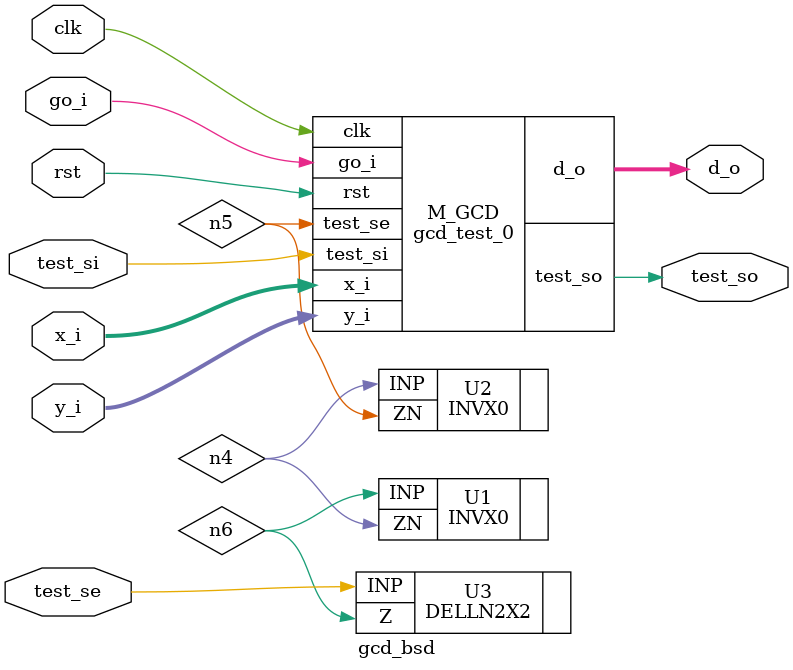
<source format=v>


module mux_1 ( rst, sLine, load, result, output0 );
  input [3:0] load;
  input [3:0] result;
  output [3:0] output0;
  input rst, sLine;
  wire   n1, n2, n3;

  AO22X1 U5 ( .IN1(result[3]), .IN2(n2), .IN3(load[3]), .IN4(n3), .Q(
        output0[3]) );
  AO22X1 U6 ( .IN1(result[2]), .IN2(n2), .IN3(load[2]), .IN4(n3), .Q(
        output0[2]) );
  AO22X1 U7 ( .IN1(result[1]), .IN2(n2), .IN3(load[1]), .IN4(n3), .Q(
        output0[1]) );
  AO22X1 U8 ( .IN1(result[0]), .IN2(n2), .IN3(load[0]), .IN4(n3), .Q(
        output0[0]) );
  NOR2X0 U2 ( .IN1(rst), .IN2(sLine), .QN(n3) );
  NOR2X0 U3 ( .IN1(n1), .IN2(rst), .QN(n2) );
  INVX0 U4 ( .INP(sLine), .ZN(n1) );
endmodule


module mux_0 ( rst, sLine, load, result, output0 );
  input [3:0] load;
  input [3:0] result;
  output [3:0] output0;
  input rst, sLine;
  wire   n1, n2, n3;

  AO22X1 U5 ( .IN1(result[3]), .IN2(n2), .IN3(load[3]), .IN4(n3), .Q(
        output0[3]) );
  AO22X1 U6 ( .IN1(result[2]), .IN2(n2), .IN3(load[2]), .IN4(n3), .Q(
        output0[2]) );
  AO22X1 U7 ( .IN1(result[1]), .IN2(n2), .IN3(load[1]), .IN4(n3), .Q(
        output0[1]) );
  AO22X1 U8 ( .IN1(result[0]), .IN2(n2), .IN3(load[0]), .IN4(n3), .Q(
        output0[0]) );
  NOR2X0 U2 ( .IN1(rst), .IN2(sLine), .QN(n3) );
  NOR2X0 U3 ( .IN1(n1), .IN2(rst), .QN(n2) );
  INVX0 U4 ( .INP(sLine), .ZN(n1) );
endmodule


module comparator_0 ( rst, x, y, output0 );
  input [3:0] x;
  input [3:0] y;
  output [1:0] output0;
  input rst;
  wire   n1, n2, n3, n4, n5, n6, n7, n8, n9, n10, n11, n12, n13, n14, n15, n16,
         n17;

  OA21X1 U13 ( .IN1(y[3]), .IN2(n1), .IN3(n7), .Q(n6) );
  AO222X1 U14 ( .IN1(y[2]), .IN2(n2), .IN3(n8), .IN4(n9), .IN5(y[3]), .IN6(n1), 
        .Q(n7) );
  NAND3X0 U15 ( .IN1(n12), .IN2(n4), .IN3(y[0]), .QN(n10) );
  OR2X1 U16 ( .IN1(n3), .IN2(y[1]), .Q(n12) );
  AOI22X1 U17 ( .IN1(n14), .IN2(y[3]), .IN3(n1), .IN4(n15), .QN(n13) );
  OR2X1 U18 ( .IN1(n1), .IN2(n15), .Q(n14) );
  AO21X1 U19 ( .IN1(y[2]), .IN2(n2), .IN3(n16), .Q(n15) );
  OA221X1 U20 ( .IN1(y[1]), .IN2(n3), .IN3(n4), .IN4(n17), .IN5(n9), .Q(n16)
         );
  OR2X1 U21 ( .IN1(n2), .IN2(y[2]), .Q(n9) );
  NOR2X0 U3 ( .IN1(rst), .IN2(n6), .QN(output0[1]) );
  NAND2X1 U4 ( .IN1(n10), .IN2(n11), .QN(n8) );
  NOR2X0 U5 ( .IN1(rst), .IN2(n13), .QN(output0[0]) );
  INVX0 U6 ( .INP(x[1]), .ZN(n3) );
  NAND2X1 U7 ( .IN1(y[1]), .IN2(n3), .QN(n11) );
  NAND2X1 U8 ( .IN1(n11), .IN2(n5), .QN(n17) );
  INVX0 U9 ( .INP(y[0]), .ZN(n5) );
  INVX0 U10 ( .INP(x[3]), .ZN(n1) );
  INVX0 U11 ( .INP(x[2]), .ZN(n2) );
  INVX0 U12 ( .INP(x[0]), .ZN(n4) );
endmodule


module subtractor_0 ( rst, cmd, x, y, xout, yout );
  input [1:0] cmd;
  input [3:0] x;
  input [3:0] y;
  output [3:0] xout;
  output [3:0] yout;
  input rst;
  wire   n1, n2, n3, n4, n5, n6, n7, n8, n9, n10, n11, n12, n13, n14, n15, n16,
         n17, n18, n19, n20, n21, n22, n23, n24, n25, n26, n27, n28, n29, n30,
         n31, n32, n33, n34, n35, n36, n37, n38, n39, n40, n41, n42, n43;

  XOR2X1 U34 ( .IN1(n15), .IN2(y[3]), .Q(n13) );
  XOR2X1 U35 ( .IN1(x[3]), .IN2(n17), .Q(n16) );
  OA22X1 U36 ( .IN1(n18), .IN2(n10), .IN3(x[2]), .IN4(n4), .Q(n17) );
  XOR2X1 U37 ( .IN1(n10), .IN2(n21), .Q(n20) );
  XOR2X1 U38 ( .IN1(n19), .IN2(x[2]), .Q(n22) );
  AO22X1 U39 ( .IN1(n23), .IN2(n6), .IN3(y[1]), .IN4(n24), .Q(n19) );
  XOR2X1 U40 ( .IN1(n26), .IN2(y[1]), .Q(n25) );
  XOR2X1 U41 ( .IN1(x[1]), .IN2(n7), .Q(n27) );
  OA221X1 U42 ( .IN1(n12), .IN2(n1), .IN3(cmd[1]), .IN4(n23), .IN5(n29), .Q(
        n28) );
  XOR2X1 U43 ( .IN1(n31), .IN2(x[3]), .Q(n30) );
  XOR2X1 U44 ( .IN1(y[3]), .IN2(n33), .Q(n32) );
  OA22X1 U45 ( .IN1(y[2]), .IN2(n34), .IN3(n5), .IN4(n3), .Q(n33) );
  XOR2X1 U46 ( .IN1(n3), .IN2(n37), .Q(n36) );
  XOR2X1 U47 ( .IN1(n35), .IN2(y[2]), .Q(n38) );
  AO22X1 U48 ( .IN1(x[1]), .IN2(n29), .IN3(n39), .IN4(n11), .Q(n35) );
  XOR2X1 U49 ( .IN1(n41), .IN2(x[1]), .Q(n40) );
  XOR2X1 U50 ( .IN1(y[1]), .IN2(n8), .Q(n42) );
  OA221X1 U52 ( .IN1(n9), .IN2(n2), .IN3(cmd[0]), .IN4(n29), .IN5(n23), .Q(n43) );
  AO21X2 U2 ( .IN1(n2), .IN2(n1), .IN3(rst), .Q(n14) );
  INVX0 U3 ( .INP(cmd[1]), .ZN(n1) );
  INVX0 U4 ( .INP(cmd[0]), .ZN(n2) );
  NOR2X0 U5 ( .IN1(n43), .IN2(n14), .QN(xout[0]) );
  INVX0 U6 ( .INP(n23), .ZN(n7) );
  INVX0 U7 ( .INP(n29), .ZN(n8) );
  NOR2X0 U8 ( .IN1(n19), .IN2(n3), .QN(n18) );
  NOR2X0 U9 ( .IN1(n36), .IN2(n14), .QN(xout[2]) );
  NOR2X0 U10 ( .IN1(cmd[0]), .IN2(n38), .QN(n37) );
  NOR2X0 U11 ( .IN1(n40), .IN2(n14), .QN(xout[1]) );
  NAND2X1 U12 ( .IN1(n42), .IN2(n2), .QN(n41) );
  NOR2X0 U13 ( .IN1(n30), .IN2(n14), .QN(xout[3]) );
  NAND2X1 U14 ( .IN1(n32), .IN2(n2), .QN(n31) );
  NOR2X0 U15 ( .IN1(cmd[1]), .IN2(n22), .QN(n21) );
  NAND2X1 U16 ( .IN1(n27), .IN2(n1), .QN(n26) );
  NAND2X1 U17 ( .IN1(n16), .IN2(n1), .QN(n15) );
  INVX0 U18 ( .INP(n19), .ZN(n4) );
  NOR2X0 U19 ( .IN1(n25), .IN2(n14), .QN(yout[1]) );
  NOR2X0 U20 ( .IN1(n20), .IN2(n14), .QN(yout[2]) );
  NOR2X0 U21 ( .IN1(n28), .IN2(n14), .QN(yout[0]) );
  NOR2X0 U22 ( .IN1(n13), .IN2(n14), .QN(yout[3]) );
  INVX0 U23 ( .INP(y[1]), .ZN(n11) );
  NAND2X1 U24 ( .IN1(n8), .IN2(n6), .QN(n39) );
  NAND2X1 U25 ( .IN1(x[1]), .IN2(n7), .QN(n24) );
  INVX0 U26 ( .INP(x[2]), .ZN(n3) );
  INVX0 U27 ( .INP(x[1]), .ZN(n6) );
  INVX0 U28 ( .INP(y[0]), .ZN(n12) );
  INVX0 U29 ( .INP(x[0]), .ZN(n9) );
  NAND2X1 U30 ( .IN1(x[0]), .IN2(n12), .QN(n23) );
  NAND2X1 U31 ( .IN1(y[0]), .IN2(n9), .QN(n29) );
  INVX0 U32 ( .INP(y[2]), .ZN(n10) );
  INVX0 U33 ( .INP(n35), .ZN(n5) );
  NOR2X0 U51 ( .IN1(x[2]), .IN2(n35), .QN(n34) );
endmodule


module fsm_test_1 ( rst, clk, proceed, comparison, enable, xsel, ysel, xld, 
        yld, test_si, test_so, test_se );
  input [1:0] comparison;
  input rst, clk, proceed, test_si, test_se;
  output enable, xsel, ysel, xld, yld, test_so;
  wire   n3, n6, n7, n4, n5, n9, n10, n11, n12, n13, n14, n15, n16, n17, n19,
         n20;
  wire   [2:0] nState;

  OAI21X1 U18 ( .IN1(n4), .IN2(n6), .IN3(n12), .QN(yld) );
  NAND3X0 U19 ( .IN1(test_so), .IN2(n4), .IN3(n6), .QN(n12) );
  NAND3X0 U20 ( .IN1(n16), .IN2(n5), .IN3(n3), .QN(n15) );
  NAND3X0 U21 ( .IN1(n10), .IN2(n4), .IN3(n17), .QN(n16) );
  AO21X1 U22 ( .IN1(n3), .IN2(n7), .IN3(n5), .Q(n14) );
  AO21X1 U24 ( .IN1(n7), .IN2(n5), .IN3(xsel), .Q(xld) );
  SDFFARX1 cState_reg_2_ ( .D(nState[2]), .SI(n6), .SE(test_se), .CLK(clk), 
        .RSTB(n9), .Q(test_so), .QN(n3) );
  SDFFARX1 cState_reg_0_ ( .D(nState[0]), .SI(test_si), .SE(test_se), .CLK(clk), .RSTB(n9), .Q(n4), .QN(n7) );
  SDFFARX1 cState_reg_1_ ( .D(nState[1]), .SI(n7), .SE(test_se), .CLK(clk), 
        .RSTB(n9), .Q(n5), .QN(n6) );
  INVX0 U6 ( .INP(n13), .ZN(n10) );
  INVX0 U7 ( .INP(n11), .ZN(enable) );
  NOR2X0 U8 ( .IN1(comparison[1]), .IN2(comparison[0]), .QN(n13) );
  NAND2X1 U9 ( .IN1(comparison[1]), .IN2(comparison[0]), .QN(n17) );
  NAND2X1 U10 ( .IN1(n11), .IN2(n12), .QN(ysel) );
  NAND2X1 U11 ( .IN1(xsel), .IN2(n5), .QN(n11) );
  NAND2X1 U12 ( .IN1(n14), .IN2(n15), .QN(nState[1]) );
  NOR4X0 U13 ( .IN1(n7), .IN2(n6), .IN3(n13), .IN4(test_so), .QN(nState[2]) );
  OR4X1 U14 ( .IN1(test_so), .IN2(n19), .IN3(n20), .IN4(xld), .Q(nState[0]) );
  AND2X1 U15 ( .IN1(proceed), .IN2(n7), .Q(n19) );
  NOR2X0 U16 ( .IN1(comparison[1]), .IN2(n6), .QN(n20) );
  NOR2X0 U17 ( .IN1(n4), .IN2(n3), .QN(xsel) );
  INVX0 U23 ( .INP(rst), .ZN(n9) );
endmodule


module regis_test_0 ( rst, clk, load, input0, output0, test_si, test_so, 
        test_se );
  input [3:0] input0;
  output [3:0] output0;
  input rst, clk, load, test_si, test_se;
  output test_so;
  wire   n2, n3, n4, n6, n1, n5, n7, n8, n9;

  AO22X1 U4 ( .IN1(output0[3]), .IN2(n5), .IN3(load), .IN4(input0[3]), .Q(n6)
         );
  AO22X1 U5 ( .IN1(output0[2]), .IN2(n5), .IN3(input0[2]), .IN4(load), .Q(n4)
         );
  AO22X1 U6 ( .IN1(output0[1]), .IN2(n5), .IN3(input0[1]), .IN4(load), .Q(n3)
         );
  AO22X1 U7 ( .IN1(output0[0]), .IN2(n5), .IN3(input0[0]), .IN4(load), .Q(n2)
         );
  SDFFARX1 output_reg_3_ ( .D(n6), .SI(n7), .SE(test_se), .CLK(clk), .RSTB(n1), 
        .Q(output0[3]), .QN(test_so) );
  SDFFARX1 output_reg_2_ ( .D(n4), .SI(n8), .SE(test_se), .CLK(clk), .RSTB(n1), 
        .Q(output0[2]), .QN(n7) );
  SDFFARX1 output_reg_1_ ( .D(n3), .SI(n9), .SE(test_se), .CLK(clk), .RSTB(n1), 
        .Q(output0[1]), .QN(n8) );
  SDFFARX1 output_reg_0_ ( .D(n2), .SI(test_si), .SE(test_se), .CLK(clk), 
        .RSTB(n1), .Q(output0[0]), .QN(n9) );
  INVX0 U2 ( .INP(load), .ZN(n5) );
  INVX0 U3 ( .INP(rst), .ZN(n1) );
endmodule


module regis_test_1 ( rst, clk, load, input0, output0, test_si, test_so, 
        test_se );
  input [3:0] input0;
  output [3:0] output0;
  input rst, clk, load, test_si, test_se;
  output test_so;
  wire   n7, n9, n10, n11, n1, n2, n3, n4, n5;

  AO22X1 U4 ( .IN1(output0[2]), .IN2(n2), .IN3(load), .IN4(input0[2]), .Q(n9)
         );
  AO22X1 U5 ( .IN1(output0[3]), .IN2(n2), .IN3(input0[3]), .IN4(load), .Q(n7)
         );
  AO22X1 U6 ( .IN1(output0[0]), .IN2(n2), .IN3(input0[0]), .IN4(load), .Q(n11)
         );
  AO22X1 U7 ( .IN1(output0[1]), .IN2(n2), .IN3(input0[1]), .IN4(load), .Q(n10)
         );
  SDFFARX1 output_reg_3_ ( .D(n7), .SI(n3), .SE(test_se), .CLK(clk), .RSTB(n1), 
        .Q(output0[3]), .QN(test_so) );
  SDFFARX1 output_reg_2_ ( .D(n9), .SI(n4), .SE(test_se), .CLK(clk), .RSTB(n1), 
        .Q(output0[2]), .QN(n3) );
  SDFFARX1 output_reg_1_ ( .D(n10), .SI(n5), .SE(test_se), .CLK(clk), .RSTB(n1), .Q(output0[1]), .QN(n4) );
  SDFFARX1 output_reg_0_ ( .D(n11), .SI(test_si), .SE(test_se), .CLK(clk), 
        .RSTB(n1), .Q(output0[0]), .QN(n5) );
  INVX0 U2 ( .INP(load), .ZN(n2) );
  INVX0 U3 ( .INP(rst), .ZN(n1) );
endmodule


module regis_test_2 ( rst, clk, load, input0, output0, test_si, test_so, 
        test_se );
  input [3:0] input0;
  output [3:0] output0;
  input rst, clk, load, test_si, test_se;
  output test_so;
  wire   n7, n9, n10, n11, n1, n2, n3, n4, n5;

  AO22X1 U4 ( .IN1(output0[2]), .IN2(n2), .IN3(load), .IN4(input0[2]), .Q(n9)
         );
  AO22X1 U5 ( .IN1(output0[3]), .IN2(n2), .IN3(input0[3]), .IN4(load), .Q(n7)
         );
  AO22X1 U6 ( .IN1(output0[0]), .IN2(n2), .IN3(input0[0]), .IN4(load), .Q(n11)
         );
  AO22X1 U7 ( .IN1(output0[1]), .IN2(n2), .IN3(input0[1]), .IN4(load), .Q(n10)
         );
  SDFFARX1 output_reg_3_ ( .D(n7), .SI(n3), .SE(test_se), .CLK(clk), .RSTB(n1), 
        .Q(output0[3]), .QN(test_so) );
  SDFFARX1 output_reg_2_ ( .D(n9), .SI(n4), .SE(test_se), .CLK(clk), .RSTB(n1), 
        .Q(output0[2]), .QN(n3) );
  SDFFARX1 output_reg_1_ ( .D(n10), .SI(n5), .SE(test_se), .CLK(clk), .RSTB(n1), .Q(output0[1]), .QN(n4) );
  SDFFARX1 output_reg_0_ ( .D(n11), .SI(test_si), .SE(test_se), .CLK(clk), 
        .RSTB(n1), .Q(output0[0]), .QN(n5) );
  INVX0 U2 ( .INP(load), .ZN(n2) );
  INVX0 U3 ( .INP(rst), .ZN(n1) );
endmodule


module gcd_test_0 ( rst, clk, go_i, x_i, y_i, d_o, test_si, test_so, test_se
 );
  input [3:0] x_i;
  input [3:0] y_i;
  output [3:0] d_o;
  input rst, clk, go_i, test_si, test_se;
  output test_so;
  wire   enable, xsel, ysel, xld, yld, n3, n4, n5;
  wire   [1:0] comparison;
  wire   [3:0] xsub;
  wire   [3:0] xmux;
  wire   [3:0] ysub;
  wire   [3:0] ymux;
  wire   [3:0] xreg;
  wire   [3:0] yreg;

  fsm_test_1 TOFSM ( .rst(rst), .clk(clk), .proceed(go_i), .comparison(
        comparison), .enable(enable), .xsel(xsel), .ysel(ysel), .xld(xld), 
        .yld(yld), .test_si(n5), .test_so(n4), .test_se(test_se) );
  mux_1 X_MUX ( .rst(rst), .sLine(xsel), .load(x_i), .result(xsub), .output0(
        xmux) );
  mux_0 Y_MUX ( .rst(rst), .sLine(ysel), .load(y_i), .result(ysub), .output0(
        ymux) );
  regis_test_0 X_REG ( .rst(rst), .clk(clk), .load(xld), .input0(xmux), 
        .output0(xreg), .test_si(n4), .test_so(n3), .test_se(test_se) );
  regis_test_1 Y_REG ( .rst(rst), .clk(clk), .load(yld), .input0(ymux), 
        .output0(yreg), .test_si(n3), .test_so(test_so), .test_se(test_se) );
  comparator_0 U_COMP ( .rst(rst), .x(xreg), .y(yreg), .output0(comparison) );
  subtractor_0 X_SUB ( .rst(rst), .cmd(comparison), .x(xreg), .y(yreg), .xout(
        xsub), .yout(ysub) );
  regis_test_2 OUT_REG ( .rst(rst), .clk(clk), .load(enable), .input0(xsub), 
        .output0(d_o), .test_si(test_si), .test_so(n5), .test_se(test_se) );
endmodule


module gcd_bsd ( rst, clk, go_i, x_i, y_i, d_o, test_si, test_so, test_se );
  input [3:0] x_i;
  input [3:0] y_i;
  output [3:0] d_o;
  input rst, clk, go_i, test_si, test_se;
  output test_so;
  wire   n4, n5, n6;

  gcd_test_0 M_GCD ( .rst(rst), .clk(clk), .go_i(go_i), .x_i(x_i), .y_i(y_i), 
        .d_o(d_o), .test_si(test_si), .test_so(test_so), .test_se(n5) );
  INVX0 U1 ( .INP(n6), .ZN(n4) );
  INVX0 U2 ( .INP(n4), .ZN(n5) );
  DELLN2X2 U3 ( .INP(test_se), .Z(n6) );
endmodule


</source>
